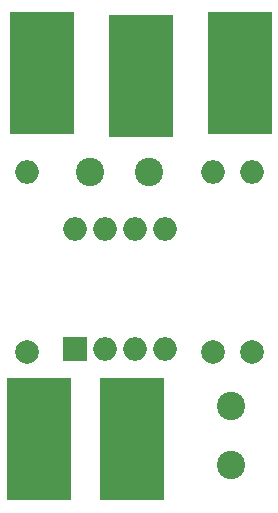
<source format=gts>
G04 #@! TF.FileFunction,Soldermask,Top*
%FSLAX46Y46*%
G04 Gerber Fmt 4.6, Leading zero omitted, Abs format (unit mm)*
G04 Created by KiCad (PCBNEW 4.0.7) date 06/03/18 15:05:31*
%MOMM*%
%LPD*%
G01*
G04 APERTURE LIST*
%ADD10C,0.100000*%
%ADD11R,2.000000X2.000000*%
%ADD12O,2.000000X2.000000*%
%ADD13C,2.400000*%
%ADD14R,5.400000X10.400000*%
%ADD15C,2.000000*%
G04 APERTURE END LIST*
D10*
D11*
X149860000Y-115570000D03*
D12*
X157480000Y-105410000D03*
X152400000Y-115570000D03*
X154940000Y-105410000D03*
X154940000Y-115570000D03*
X152400000Y-105410000D03*
X157480000Y-115570000D03*
X149860000Y-105410000D03*
D13*
X151130000Y-100584000D03*
X156130000Y-100584000D03*
X163068000Y-120396000D03*
X163068000Y-125396000D03*
D14*
X154686000Y-123190000D03*
X146812000Y-123190000D03*
X147066000Y-92202000D03*
X163830000Y-92202000D03*
X155448000Y-92456000D03*
D15*
X161544000Y-115824000D03*
D12*
X161544000Y-100584000D03*
D15*
X164846000Y-115824000D03*
D12*
X164846000Y-100584000D03*
D15*
X145796000Y-115824000D03*
D12*
X145796000Y-100584000D03*
M02*

</source>
